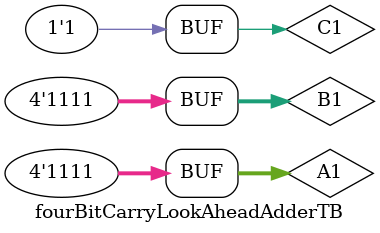
<source format=v>
module fourBitCarryLookAheadAdderTB;
  reg [3:0]A1,B1;
  reg C1;
  reg [3:0] so;
  reg co;
  
  fourBitCarryLookAheadAdder DUT(.S0(so),.COUT(co),.A0(A1), .B0(B1), .C0(C1));
  
  initial
    begin
      #0 A1=4'b0001; B1=4'b0000; C1=1'b0;
      #10 A1=4'b0000; B1=4'b0001; C1=1'b0;
      #20 A1=4'b0000; B1=4'b0000; C1=1'b1;
      #30 A1=4'b0011; B1=4'b0100; C1=1'b1;
      #10 A1=4'b0010; B1=4'b1101; C1=1'b1;
      #20 A1=4'b1110; B1=4'b1100; C1=1'b0;
      #30 A1=4'b0101; B1=4'b1000; C1=1'b1;
      #30 A1=4'b1111; B1=4'b1111; C1=1'b1;
    end
  initial
    begin
      $monitor("$time %b %b %b, Sout=%b, Cout=%b", A1,B1,C1,so,co);
    end
endmodule

</source>
